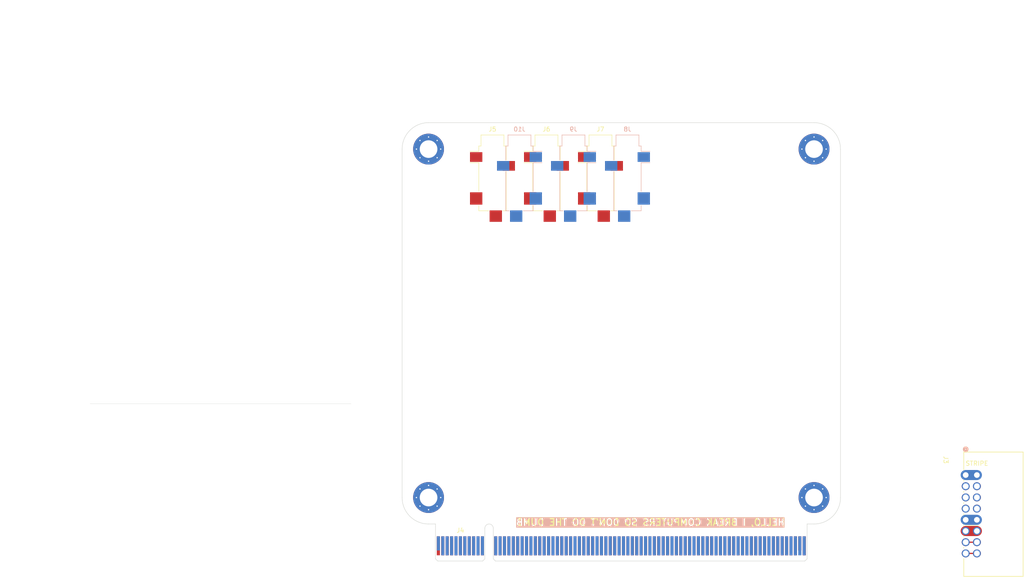
<source format=kicad_pcb>
(kicad_pcb (version 20240108) (generator "pcbnew") (generator_version "8.0")
  (layers (0 "F.Cu" signal) (31 "B.Cu" signal) (34 "B.Paste" user) (35 "F.Paste" user) (36 "B.SilkS" user "B.Silkscreen") (37 "F.SilkS" user "F.Silkscreen") (38 "B.Mask" user) (39 "F.Mask" user) (44 "Edge.Cuts" user))
  (net 0 "")
  (net 1 "/GATE")
  (net 2 "/CV")
  (net 4 "GND")
  (net 5 "/TRIG_OUT")
  (net 6 "/GATE_OUT")
  (net 7 "/AUDIO_RX")
  (net 8 "/AUDIO_GP")
  (net 9 "/CV_OUT")
  (net 10 "/AUDIO_TX")
  (net 11 "/TRIG")
  (net 12 "+5V")
  (net 13 "+12V")
  (net 14 "-12V")
  (net 15 "+3.3V")
  (net 16 "+5Vsb")
  (net 18 "/3.5mm Daughter/SLV 3")
  (net 19 "/3.5mm Daughter/TIP 3")
  (net 20 "/3.5mm Daughter/TSWT 3")
  (net 21 "/3.5mm Daughter/RING 3")
  (net 22 "/3.5mm Daughter/RING 2")
  (net 23 "/3.5mm Daughter/TIP 2")
  (net 24 "/3.5mm Daughter/TSWT 2")
  (net 25 "/3.5mm Daughter/SLV 2")
  (net 26 "/3.5mm Daughter/SLV 1")
  (net 27 "/3.5mm Daughter/TSWT 1")
  (net 28 "/3.5mm Daughter/RING 1")
  (net 29 "/3.5mm Daughter/TIP 1")
  (net 30 "/3.5mm Daughter/SLV 6")
  (net 31 "/3.5mm Daughter/RING 6")
  (net 32 "/3.5mm Daughter/TSWT 6")
  (net 33 "/3.5mm Daughter/TIP 6")
  (net 34 "/3.5mm Daughter/RING 5")
  (net 35 "/3.5mm Daughter/TSWT 5")
  (net 36 "/3.5mm Daughter/TIP 5")
  (net 37 "/3.5mm Daughter/SLV 5")
  (net 38 "/3.5mm Daughter/TIP 4")
  (net 39 "/3.5mm Daughter/SLV 4")
  (net 40 "/3.5mm Daughter/RING 4")
  (net 41 "/3.5mm Daughter/TSWT 4")
  (footprint "llama_shared:H_ATX_PERF" (layer "F.Cu") (at 206.775 134.95)
    (property "Reference" "H8" (hide yes))
    (property "Value" "H_HOLE" (hide yes))
    (pad "1" thru_hole circle (at -2.75 0) (size 0.4 0.4) (drill 0.3) (layers "*.Cu" "*.Mask") (net 4 "GND"))
    (pad "1" thru_hole circle (at -1.95 -1.95) (size 0.4 0.4) (drill 0.3) (layers "*.Cu" "*.Mask") (net 4 "GND"))
    (pad "1" thru_hole circle (at -1.95 1.95) (size 0.4 0.4) (drill 0.3) (layers "*.Cu" "*.Mask") (net 4 "GND"))
    (pad "1" thru_hole circle (at 0 -2.75) (size 0.4 0.4) (drill 0.3) (layers "*.Cu" "*.Mask") (net 4 "GND"))
    (pad "1" thru_hole circle (at 0 0) (size 7 7) (drill 4) (layers "*.Cu" "*.Mask") (net 4 "GND"))
    (pad "1" thru_hole circle (at 0 2.75) (size 0.4 0.4) (drill 0.3) (layers "*.Cu" "*.Mask") (net 4 "GND"))
    (pad "1" thru_hole circle (at 1.95 -1.95) (size 0.4 0.4) (drill 0.3) (layers "*.Cu" "*.Mask") (net 4 "GND"))
    (pad "1" thru_hole circle (at 1.95 1.95) (size 0.4 0.4) (drill 0.3) (layers "*.Cu" "*.Mask") (net 4 "GND"))
    (pad "1" thru_hole circle (at 2.75 0) (size 0.4 0.4) (drill 0.3) (layers "*.Cu" "*.Mask") (net 4 "GND"))
  )
  (footprint "Connector_Audio:Jack_3.5mm_CUI_SJ-3524-SMT_Horizontal" (layer "F.Cu") (at 146.075 61.3)
    (property "Reference" "J6" (at 0 -9.9 0) (layer "F.SilkS"))
    (property "Value" "3.5mm")
    (fp_line (start -3.1 -6.1) (end -2.6 -6.1) (stroke (width 0.12)) (layer "F.SilkS"))
    (fp_line (start -3.1 -4.9) (end -5.1 -4.9) (stroke (width 0.12)) (layer "F.SilkS"))
    (fp_line (start -3.1 -4.9) (end -3.1 -6.1) (stroke (width 0.12)) (layer "F.SilkS"))
    (fp_line (start -3.1 -2.3) (end -5.1 -2.3) (stroke (width 0.12)) (layer "F.SilkS"))
    (fp_line (start -3.1 4.2) (end -3.1 -2.3) (stroke (width 0.12)) (layer "F.SilkS"))
    (fp_line (start -3.1 8.6) (end -3.1 7.4) (stroke (width 0.12)) (layer "F.SilkS"))
    (fp_line (start -2.6 -8.6) (end 2.6 -8.6) (stroke (width 0.12)) (layer "F.SilkS"))
    (fp_line (start -2.6 -6.1) (end -2.6 -8.6) (stroke (width 0.12)) (layer "F.SilkS"))
    (fp_line (start -0.85 8.6) (end -3.1 8.6) (stroke (width 0.12)) (layer "F.SilkS"))
    (fp_line (start 2.6 -8.6) (end 2.6 -6.1) (stroke (width 0.12)) (layer "F.SilkS"))
    (fp_line (start 2.6 -6.1) (end 3.1 -6.1) (stroke (width 0.12)) (layer "F.SilkS"))
    (fp_line (start 3.1 -6.1) (end 3.1 -2.9) (stroke (width 0.12)) (layer "F.SilkS"))
    (fp_line (start 3.1 -0.3) (end 3.1 8.6) (stroke (width 0.12)) (layer "F.SilkS"))
    (fp_line (start 3.1 8.6) (end 2.35 8.6) (stroke (width 0.12)) (layer "F.SilkS"))
    (pad "" np_thru_hole circle (at 0 -2.5) (size 1.7 1.7) (drill 1.7) (layers "*.Cu" "*.Mask"))
    (pad "" np_thru_hole circle (at 0 4.5) (size 1.7 1.7) (drill 1.7) (layers "*.Cu" "*.Mask"))
    (pad "R" smd rect (at 3.7 -1.6) (size 2.8 2.2) (layers "F.Cu" "F.Paste" "F.Mask") (net 22 "/3.5mm Daughter/RING 2"))
    (pad "S" smd rect (at -3.7 -3.6) (size 2.8 2.2) (layers "F.Cu" "F.Paste" "F.Mask") (net 25 "/3.5mm Daughter/SLV 2"))
    (pad "T" smd rect (at -3.7 5.8) (size 2.8 2.8) (layers "F.Cu" "F.Paste" "F.Mask") (net 23 "/3.5mm Daughter/TIP 2"))
    (pad "TN" smd rect (at 0.75 9.8) (size 2.8 2.6) (layers "F.Cu" "F.Paste" "F.Mask") (net 24 "/3.5mm Daughter/TSWT 2"))
  )
  (footprint "Connector_Audio:Jack_3.5mm_CUI_SJ-3524-SMT_Horizontal" (layer "F.Cu") (at 158.325 61.3)
    (property "Reference" "J7" (at 0 -9.9 0) (layer "F.SilkS"))
    (property "Value" "3.5mm")
    (fp_line (start -3.1 -6.1) (end -2.6 -6.1) (stroke (width 0.12)) (layer "F.SilkS"))
    (fp_line (start -3.1 -4.9) (end -5.1 -4.9) (stroke (width 0.12)) (layer "F.SilkS"))
    (fp_line (start -3.1 -4.9) (end -3.1 -6.1) (stroke (width 0.12)) (layer "F.SilkS"))
    (fp_line (start -3.1 -2.3) (end -5.1 -2.3) (stroke (width 0.12)) (layer "F.SilkS"))
    (fp_line (start -3.1 4.2) (end -3.1 -2.3) (stroke (width 0.12)) (layer "F.SilkS"))
    (fp_line (start -3.1 8.6) (end -3.1 7.4) (stroke (width 0.12)) (layer "F.SilkS"))
    (fp_line (start -2.6 -8.6) (end 2.6 -8.6) (stroke (width 0.12)) (layer "F.SilkS"))
    (fp_line (start -2.6 -6.1) (end -2.6 -8.6) (stroke (width 0.12)) (layer "F.SilkS"))
    (fp_line (start -0.85 8.6) (end -3.1 8.6) (stroke (width 0.12)) (layer "F.SilkS"))
    (fp_line (start 2.6 -8.6) (end 2.6 -6.1) (stroke (width 0.12)) (layer "F.SilkS"))
    (fp_line (start 2.6 -6.1) (end 3.1 -6.1) (stroke (width 0.12)) (layer "F.SilkS"))
    (fp_line (start 3.1 -6.1) (end 3.1 -2.9) (stroke (width 0.12)) (layer "F.SilkS"))
    (fp_line (start 3.1 -0.3) (end 3.1 8.6) (stroke (width 0.12)) (layer "F.SilkS"))
    (fp_line (start 3.1 8.6) (end 2.35 8.6) (stroke (width 0.12)) (layer "F.SilkS"))
    (pad "" np_thru_hole circle (at 0 -2.5) (size 1.7 1.7) (drill 1.7) (layers "*.Cu" "*.Mask"))
    (pad "" np_thru_hole circle (at 0 4.5) (size 1.7 1.7) (drill 1.7) (layers "*.Cu" "*.Mask"))
    (pad "R" smd rect (at 3.7 -1.6) (size 2.8 2.2) (layers "F.Cu" "F.Paste" "F.Mask") (net 28 "/3.5mm Daughter/RING 1"))
    (pad "S" smd rect (at -3.7 -3.6) (size 2.8 2.2) (layers "F.Cu" "F.Paste" "F.Mask") (net 26 "/3.5mm Daughter/SLV 1"))
    (pad "T" smd rect (at -3.7 5.8) (size 2.8 2.8) (layers "F.Cu" "F.Paste" "F.Mask") (net 29 "/3.5mm Daughter/TIP 1"))
    (pad "TN" smd rect (at 0.75 9.8) (size 2.8 2.6) (layers "F.Cu" "F.Paste" "F.Mask") (net 27 "/3.5mm Daughter/TSWT 1"))
  )
  (footprint "llama_shared:H_ATX_PERF" (layer "F.Cu") (at 206.775 55.9)
    (property "Reference" "H6" (hide yes))
    (property "Value" "H_HOLE" (hide yes))
    (pad "1" thru_hole circle (at -2.75 0) (size 0.4 0.4) (drill 0.3) (layers "*.Cu" "*.Mask") (net 4 "GND"))
    (pad "1" thru_hole circle (at -1.95 -1.95) (size 0.4 0.4) (drill 0.3) (layers "*.Cu" "*.Mask") (net 4 "GND"))
    (pad "1" thru_hole circle (at -1.95 1.95) (size 0.4 0.4) (drill 0.3) (layers "*.Cu" "*.Mask") (net 4 "GND"))
    (pad "1" thru_hole circle (at 0 -2.75) (size 0.4 0.4) (drill 0.3) (layers "*.Cu" "*.Mask") (net 4 "GND"))
    (pad "1" thru_hole circle (at 0 0) (size 7 7) (drill 4) (layers "*.Cu" "*.Mask") (net 4 "GND"))
    (pad "1" thru_hole circle (at 0 2.75) (size 0.4 0.4) (drill 0.3) (layers "*.Cu" "*.Mask") (net 4 "GND"))
    (pad "1" thru_hole circle (at 1.95 -1.95) (size 0.4 0.4) (drill 0.3) (layers "*.Cu" "*.Mask") (net 4 "GND"))
    (pad "1" thru_hole circle (at 1.95 1.95) (size 0.4 0.4) (drill 0.3) (layers "*.Cu" "*.Mask") (net 4 "GND"))
    (pad "1" thru_hole circle (at 2.75 0) (size 0.4 0.4) (drill 0.3) (layers "*.Cu" "*.Mask") (net 4 "GND"))
  )
  (footprint "Connector_Audio:Jack_3.5mm_CUI_SJ-3524-SMT_Horizontal" (layer "F.Cu") (at 133.825 61.3)
    (property "Reference" "J5" (at 0 -9.9 0) (layer "F.SilkS"))
    (property "Value" "3.5mm")
    (fp_line (start -3.1 -6.1) (end -2.6 -6.1) (stroke (width 0.12)) (layer "F.SilkS"))
    (fp_line (start -3.1 -4.9) (end -5.1 -4.9) (stroke (width 0.12)) (layer "F.SilkS"))
    (fp_line (start -3.1 -4.9) (end -3.1 -6.1) (stroke (width 0.12)) (layer "F.SilkS"))
    (fp_line (start -3.1 -2.3) (end -5.1 -2.3) (stroke (width 0.12)) (layer "F.SilkS"))
    (fp_line (start -3.1 4.2) (end -3.1 -2.3) (stroke (width 0.12)) (layer "F.SilkS"))
    (fp_line (start -3.1 8.6) (end -3.1 7.4) (stroke (width 0.12)) (layer "F.SilkS"))
    (fp_line (start -2.6 -8.6) (end 2.6 -8.6) (stroke (width 0.12)) (layer "F.SilkS"))
    (fp_line (start -2.6 -6.1) (end -2.6 -8.6) (stroke (width 0.12)) (layer "F.SilkS"))
    (fp_line (start -0.85 8.6) (end -3.1 8.6) (stroke (width 0.12)) (layer "F.SilkS"))
    (fp_line (start 2.6 -8.6) (end 2.6 -6.1) (stroke (width 0.12)) (layer "F.SilkS"))
    (fp_line (start 2.6 -6.1) (end 3.1 -6.1) (stroke (width 0.12)) (layer "F.SilkS"))
    (fp_line (start 3.1 -6.1) (end 3.1 -2.9) (stroke (width 0.12)) (layer "F.SilkS"))
    (fp_line (start 3.1 -0.3) (end 3.1 8.6) (stroke (width 0.12)) (layer "F.SilkS"))
    (fp_line (start 3.1 8.6) (end 2.35 8.6) (stroke (width 0.12)) (layer "F.SilkS"))
    (pad "" np_thru_hole circle (at 0 -2.5) (size 1.7 1.7) (drill 1.7) (layers "*.Cu" "*.Mask"))
    (pad "" np_thru_hole circle (at 0 4.5) (size 1.7 1.7) (drill 1.7) (layers "*.Cu" "*.Mask"))
    (pad "R" smd rect (at 3.7 -1.6) (size 2.8 2.2) (layers "F.Cu" "F.Paste" "F.Mask") (net 21 "/3.5mm Daughter/RING 3"))
    (pad "S" smd rect (at -3.7 -3.6) (size 2.8 2.2) (layers "F.Cu" "F.Paste" "F.Mask") (net 18 "/3.5mm Daughter/SLV 3"))
    (pad "T" smd rect (at -3.7 5.8) (size 2.8 2.8) (layers "F.Cu" "F.Paste" "F.Mask") (net 19 "/3.5mm Daughter/TIP 3"))
    (pad "TN" smd rect (at 0.75 9.8) (size 2.8 2.6) (layers "F.Cu" "F.Paste" "F.Mask") (net 20 "/3.5mm Daughter/TSWT 3"))
  )
  (footprint "llama_shared:H_ATX_PERF" (layer "F.Cu") (at 119.325 134.95 45)
    (property "Reference" "H7" (hide yes))
    (property "Value" "H_HOLE" (hide yes))
    (pad "1" thru_hole circle (at -2.75 0 45) (size 0.4 0.4) (drill 0.3) (layers "*.Cu" "*.Mask"))
    (pad "1" thru_hole circle (at -1.95 -1.95 45) (size 0.4 0.4) (drill 0.3) (layers "*.Cu" "*.Mask"))
    (pad "1" thru_hole circle (at -1.95 1.95 45) (size 0.4 0.4) (drill 0.3) (layers "*.Cu" "*.Mask"))
    (pad "1" thru_hole circle (at 0 -2.75 45) (size 0.4 0.4) (drill 0.3) (layers "*.Cu" "*.Mask"))
    (pad "1" thru_hole circle (at 0 0 45) (size 7 7) (drill 4) (layers "*.Cu" "*.Mask"))
    (pad "1" thru_hole circle (at 0 2.75 45) (size 0.4 0.4) (drill 0.3) (layers "*.Cu" "*.Mask"))
    (pad "1" thru_hole circle (at 1.95 -1.95 45) (size 0.4 0.4) (drill 0.3) (layers "*.Cu" "*.Mask"))
    (pad "1" thru_hole circle (at 1.95 1.95 45) (size 0.4 0.4) (drill 0.3) (layers "*.Cu" "*.Mask"))
    (pad "1" thru_hole circle (at 2.75 0 45) (size 0.4 0.4) (drill 0.3) (layers "*.Cu" "*.Mask"))
  )
  (footprint "AT-Footprints:BUS_EUROexpress" (layer "F.Cu") (at 121.55 145.9)
    (property "Reference" "J4" (at 5 -3.5 0) (layer "F.SilkS"))
    (property "Value" "EURO_EXPRESS")
    (fp_line (start -0.65 -4.95) (end -0.65 2.95) (stroke (width 0.1)) (layer "Edge.Cuts"))
    (fp_line (start -0.65 2.95) (end -0.15 3.45) (stroke (width 0.1)) (layer "Edge.Cuts"))
    (fp_line (start -0.15 3.45) (end 10.05 3.45) (stroke (width 0.1)) (layer "Edge.Cuts"))
    (fp_line (start 10.55 -4) (end 10.55 2.95) (stroke (width 0.1)) (layer "Edge.Cuts"))
    (fp_line (start 10.55 2.95) (end 10.05 3.45) (stroke (width 0.1)) (layer "Edge.Cuts"))
    (fp_line (start 12.45 -4) (end 12.45 2.95) (stroke (width 0.1)) (layer "Edge.Cuts"))
    (fp_line (start 12.45 2.95) (end 12.95 3.45) (stroke (width 0.1)) (layer "Edge.Cuts"))
    (fp_line (start 12.95 3.45) (end 83.15 3.45) (stroke (width 0.1)) (layer "Edge.Cuts"))
    (fp_line (start 83.65 -4.95) (end 83.65 2.95) (stroke (width 0.1)) (layer "Edge.Cuts"))
    (fp_line (start 83.65 2.95) (end 83.15 3.45) (stroke (width 0.1)) (layer "Edge.Cuts"))
    (fp_arc (start 10.55 -4) (mid 11.5 -4.95) (end 12.45 -4) (stroke (width 0.1)) (layer "Edge.Cuts"))
    (fp_text user "HELLO, I BREAK COMPUTERS SO DON'T DO THE DUMB" (at 78.75 -4.45 0) (layer "B.SilkS" knockout) (effects (font (size 1.5 1.5) (thickness 0.3) (bold yes)) (justify left bottom mirror)))
    (fp_text user "HELLO, I BREAK COMPUTERS SO DON'T DO THE DUMB" (at 17.45 -4.45 0) (layer "F.SilkS" knockout) (effects (font (size 1.5 1.5) (thickness 0.3) (bold yes)) (justify left bottom)))
    (pad "A1" connect rect (at 0 -0.55) (size 0.7 3.2) (layers "B.Cu" "B.Mask"))
    (pad "A2" connect rect (at 1 0) (size 0.7 4.3) (layers "B.Cu" "B.Mask") (net 14 "-12V"))
    (pad "A3" connect rect (at 2 0) (size 0.7 4.3) (layers "B.Cu" "B.Mask") (net 14 "-12V"))
    (pad "A4" connect rect (at 3 0) (size 0.7 4.3) (layers "B.Cu" "B.Mask") (net 4 "GND"))
    (pad "A5" connect rect (at 4 0) (size 0.7 4.3) (layers "B.Cu" "B.Mask") (net 13 "+12V"))
    (pad "A6" connect rect (at 5 0) (size 0.7 4.3) (layers "B.Cu" "B.Mask") (net 13 "+12V"))
    (pad "A7" connect rect (at 6 0) (size 0.7 4.3) (layers "B.Cu" "B.Mask") (net 13 "+12V"))
    (pad "A8" connect rect (at 7 0) (size 0.7 4.3) (layers "B.Cu" "B.Mask") (net 12 "+5V"))
    (pad "A9" connect rect (at 8 0) (size 0.7 4.3) (layers "B.Cu" "B.Mask") (net 15 "+3.3V"))
    (pad "A10" connect rect (at 9 0) (size 0.7 4.3) (layers "B.Cu" "B.Mask") (net 15 "+3.3V"))
    (pad "A11" connect rect (at 10 0) (size 0.7 4.3) (layers "B.Cu" "B.Mask") (net 4 "GND"))
    (pad "A12" connect rect (at 13 0) (size 0.7 4.3) (layers "B.Cu" "B.Mask") (net 4 "GND"))
    (pad "A13" connect rect (at 14 0) (size 0.7 4.3) (layers "B.Cu" "B.Mask") (net 10 "/AUDIO_TX"))
    (pad "A14" connect rect (at 15 0) (size 0.7 4.3) (layers "B.Cu" "B.Mask") (net 2 "/CV"))
    (pad "A15" connect rect (at 16 0) (size 0.7 4.3) (layers "B.Cu" "B.Mask") (net 4 "GND"))
    (pad "A16" connect rect (at 17 0) (size 0.7 4.3) (layers "B.Cu" "B.Mask") (net 5 "/TRIG_OUT"))
    (pad "A17" connect rect (at 18 0) (size 0.7 4.3) (layers "B.Cu" "B.Mask") (net 1 "/GATE"))
    (pad "A18" connect rect (at 19 0) (size 0.7 4.3) (layers "B.Cu" "B.Mask") (net 8 "/AUDIO_GP"))
    (pad "A19" connect rect (at 20 0) (size 0.7 4.3) (layers "B.Cu" "B.Mask"))
    (pad "A20" connect rect (at 21 0) (size 0.7 4.3) (layers "B.Cu" "B.Mask"))
    (pad "A21" connect rect (at 22 0) (size 0.7 4.3) (layers "B.Cu" "B.Mask"))
    (pad "A22" connect rect (at 23 0) (size 0.7 4.3) (layers "B.Cu" "B.Mask"))
    (pad "A23" connect rect (at 24 0) (size 0.7 4.3) (layers "B.Cu" "B.Mask"))
    (pad "A24" connect rect (at 25 0) (size 0.7 4.3) (layers "B.Cu" "B.Mask"))
    (pad "A25" connect rect (at 26 0) (size 0.7 4.3) (layers "B.Cu" "B.Mask"))
    (pad "A26" connect rect (at 27 0) (size 0.7 4.3) (layers "B.Cu" "B.Mask"))
    (pad "A27" connect rect (at 28 0) (size 0.7 4.3) (layers "B.Cu" "B.Mask"))
    (pad "A28" connect rect (at 29 0) (size 0.7 4.3) (layers "B.Cu" "B.Mask"))
    (pad "A29" connect rect (at 30 0) (size 0.7 4.3) (layers "B.Cu" "B.Mask"))
    (pad "A30" connect rect (at 31 0) (size 0.7 4.3) (layers "B.Cu" "B.Mask"))
    (pad "A31" connect rect (at 32 0) (size 0.7 4.3) (layers "B.Cu" "B.Mask"))
    (pad "A32" connect rect (at 33 0) (size 0.7 4.3) (layers "B.Cu" "B.Mask"))
    (pad "A33" connect rect (at 34 0) (size 0.7 4.3) (layers "B.Cu" "B.Mask"))
    (pad "A34" connect rect (at 35 0) (size 0.7 4.3) (layers "B.Cu" "B.Mask"))
    (pad "A35" connect rect (at 36 0) (size 0.7 4.3) (layers "B.Cu" "B.Mask"))
    (pad "A36" connect rect (at 37 0) (size 0.7 4.3) (layers "B.Cu" "B.Mask"))
    (pad "A37" connect rect (at 38 0) (size 0.7 4.3) (layers "B.Cu" "B.Mask"))
    (pad "A38" connect rect (at 39 0) (size 0.7 4.3) (layers "B.Cu" "B.Mask"))
    (pad "A39" connect rect (at 40 0) (size 0.7 4.3) (layers "B.Cu" "B.Mask"))
    (pad "A40" connect rect (at 41 0) (size 0.7 4.3) (layers "B.Cu" "B.Mask"))
    (pad "A41" connect rect (at 42 0) (size 0.7 4.3) (layers "B.Cu" "B.Mask"))
    (pad "A42" connect rect (at 43 0) (size 0.7 4.3) (layers "B.Cu" "B.Mask"))
    (pad "A43" connect rect (at 44 0) (size 0.7 4.3) (layers "B.Cu" "B.Mask"))
    (pad "A44" connect rect (at 45 0) (size 0.7 4.3) (layers "B.Cu" "B.Mask"))
    (pad "A45" connect rect (at 46 0) (size 0.7 4.3) (layers "B.Cu" "B.Mask"))
    (pad "A46" connect rect (at 47 0) (size 0.7 4.3) (layers "B.Cu" "B.Mask"))
    (pad "A47" connect rect (at 48 0) (size 0.7 4.3) (layers "B.Cu" "B.Mask"))
    (pad "A48" connect rect (at 49 0) (size 0.7 4.3) (layers "B.Cu" "B.Mask"))
    (pad "A49" connect rect (at 50 0) (size 0.7 4.3) (layers "B.Cu" "B.Mask"))
    (pad "A50" connect rect (at 51 0) (size 0.7 4.3) (layers "B.Cu" "B.Mask"))
    (pad "A51" connect rect (at 52 0) (size 0.7 4.3) (layers "B.Cu" "B.Mask"))
    (pad "A52" connect rect (at 53 0) (size 0.7 4.3) (layers "B.Cu" "B.Mask"))
    (pad "A53" connect rect (at 54 0) (size 0.7 4.3) (layers "B.Cu" "B.Mask"))
    (pad "A54" connect rect (at 55 0) (size 0.7 4.3) (layers "B.Cu" "B.Mask"))
    (pad "A55" connect rect (at 56 0) (size 0.7 4.3) (layers "B.Cu" "B.Mask"))
    (pad "A56" connect rect (at 57 0) (size 0.7 4.3) (layers "B.Cu" "B.Mask"))
    (pad "A57" connect rect (at 58 0) (size 0.7 4.3) (layers "B.Cu" "B.Mask"))
    (pad "A58" connect rect (at 59 0) (size 0.7 4.3) (layers "B.Cu" "B.Mask"))
    (pad "A59" connect rect (at 60 0) (size 0.7 4.3) (layers "B.Cu" "B.Mask"))
    (pad "A60" connect rect (at 61 0) (size 0.7 4.3) (layers "B.Cu" "B.Mask"))
    (pad "A61" connect rect (at 62 0) (size 0.7 4.3) (layers "B.Cu" "B.Mask"))
    (pad "A62" connect rect (at 63 0) (size 0.7 4.3) (layers "B.Cu" "B.Mask"))
    (pad "A63" connect rect (at 64 0) (size 0.7 4.3) (layers "B.Cu" "B.Mask"))
    (pad "A64" connect rect (at 65 0) (size 0.7 4.3) (layers "B.Cu" "B.Mask"))
    (pad "A65" connect rect (at 66 0) (size 0.7 4.3) (layers "B.Cu" "B.Mask"))
    (pad "A66" connect rect (at 67 0) (size 0.7 4.3) (layers "B.Cu" "B.Mask"))
    (pad "A67" connect rect (at 68 0) (size 0.7 4.3) (layers "B.Cu" "B.Mask"))
    (pad "A68" connect rect (at 69 0) (size 0.7 4.3) (layers "B.Cu" "B.Mask"))
    (pad "A69" connect rect (at 70 0) (size 0.7 4.3) (layers "B.Cu" "B.Mask"))
    (pad "A70" connect rect (at 71 0) (size 0.7 4.3) (layers "B.Cu" "B.Mask"))
    (pad "A71" connect rect (at 72 0) (size 0.7 4.3) (layers "B.Cu" "B.Mask"))
    (pad "A72" connect rect (at 73 0) (size 0.7 4.3) (layers "B.Cu" "B.Mask"))
    (pad "A73" connect rect (at 74 0) (size 0.7 4.3) (layers "B.Cu" "B.Mask"))
    (pad "A74" connect rect (at 75 0) (size 0.7 4.3) (layers "B.Cu" "B.Mask"))
    (pad "A75" connect rect (at 76 0) (size 0.7 4.3) (layers "B.Cu" "B.Mask"))
    (pad "A76" connect rect (at 77 0) (size 0.7 4.3) (layers "B.Cu" "B.Mask"))
    (pad "A77" connect rect (at 78 0) (size 0.7 4.3) (layers "B.Cu" "B.Mask"))
    (pad "A78" connect rect (at 79 0) (size 0.7 4.3) (layers "B.Cu" "B.Mask"))
    (pad "A79" connect rect (at 80 0) (size 0.7 4.3) (layers "B.Cu" "B.Mask"))
    (pad "A80" connect rect (at 81 0) (size 0.7 4.3) (layers "B.Cu" "B.Mask"))
    (pad "A81" connect rect (at 82 0) (size 0.7 4.3) (layers "B.Cu" "B.Mask"))
    (pad "A82" connect rect (at 83 0) (size 0.7 4.3) (layers "B.Cu" "B.Mask"))
    (pad "B1" connect rect (at 0 0) (size 0.7 4.3) (layers "F.Cu" "F.Mask") (net 14 "-12V"))
    (pad "B2" connect rect (at 1 0) (size 0.7 4.3) (layers "F.Cu" "F.Mask") (net 14 "-12V"))
    (pad "B3" connect rect (at 2 0) (size 0.7 4.3) (layers "F.Cu" "F.Mask") (net 14 "-12V"))
    (pad "B4" connect rect (at 3 0) (size 0.7 4.3) (layers "F.Cu" "F.Mask") (net 4 "GND"))
    (pad "B5" connect rect (at 4 0) (size 0.7 4.3) (layers "F.Cu" "F.Mask") (net 13 "+12V"))
    (pad "B6" connect rect (at 5 0) (size 0.7 4.3) (layers "F.Cu" "F.Mask") (net 13 "+12V"))
    (pad "B7" connect rect (at 6 0) (size 0.7 4.3) (layers "F.Cu" "F.Mask") (net 4 "GND"))
    (pad "B8" connect rect (at 7 0) (size 0.7 4.3) (layers "F.Cu" "F.Mask") (net 15 "+3.3V"))
    (pad "B9" connect rect (at 8 0) (size 0.7 4.3) (layers "F.Cu" "F.Mask") (net 12 "+5V"))
    (pad "B10" connect rect (at 9 0) (size 0.7 4.3) (layers "F.Cu" "F.Mask") (net 12 "+5V"))
    (pad "B11" connect rect (at 10 0) (size 0.7 4.3) (layers "F.Cu" "F.Mask") (net 16 "+5Vsb"))
    (pad "B12" connect rect (at 13 0) (size 0.7 4.3) (layers "F.Cu" "F.Mask") (net 7 "/AUDIO_RX"))
    (pad "B13" connect rect (at 14 0) (size 0.7 4.3) (layers "F.Cu" "F.Mask") (net 4 "GND"))
    (pad "B14" connect rect (at 15 0) (size 0.7 4.3) (layers "F.Cu" "F.Mask") (net 9 "/CV_OUT"))
    (pad "B15" connect rect (at 16 0) (size 0.7 4.3) (layers "F.Cu" "F.Mask") (net 11 "/TRIG"))
    (pad "B16" connect rect (at 17 0) (size 0.7 4.3) (layers "F.Cu" "F.Mask") (net 4 "GND"))
    (pad "B17" connect rect (at 18 0) (size 0.7 4.3) (layers "F.Cu" "F.Mask") (net 6 "/GATE_OUT"))
    (pad "B18" connect rect (at 19 0) (size 0.7 4.3) (layers "F.Cu" "F.Mask") (net 4 "GND"))
    (pad "B19" connect rect (at 20 0) (size 0.7 4.3) (layers "F.Cu" "F.Mask"))
    (pad "B20" connect rect (at 21 0) (size 0.7 4.3) (layers "F.Cu" "F.Mask"))
    (pad "B21" connect rect (at 22 0) (size 0.7 4.3) (layers "F.Cu" "F.Mask"))
    (pad "B22" connect rect (at 23 0) (size 0.7 4.3) (layers "F.Cu" "F.Mask"))
    (pad "B23" connect rect (at 24 0) (size 0.7 4.3) (layers "F.Cu" "F.Mask"))
    (pad "B24" connect rect (at 25 0) (size 0.7 4.3) (layers "F.Cu" "F.Mask"))
    (pad "B25" connect rect (at 26 0) (size 0.7 4.3) (layers "F.Cu" "F.Mask"))
    (pad "B26" connect rect (at 27 0) (size 0.7 4.3) (layers "F.Cu" "F.Mask"))
    (pad "B27" connect rect (at 28 0) (size 0.7 4.3) (layers "F.Cu" "F.Mask"))
    (pad "B28" connect rect (at 29 0) (size 0.7 4.3) (layers "F.Cu" "F.Mask"))
    (pad "B29" connect rect (at 30 0) (size 0.7 4.3) (layers "F.Cu" "F.Mask"))
    (pad "B30" connect rect (at 31 0) (size 0.7 4.3) (layers "F.Cu" "F.Mask"))
    (pad "B31" connect rect (at 32 0) (size 0.7 4.3) (layers "F.Cu" "F.Mask"))
    (pad "B32" connect rect (at 33 0) (size 0.7 4.3) (layers "F.Cu" "F.Mask"))
    (pad "B33" connect rect (at 34 0) (size 0.7 4.3) (layers "F.Cu" "F.Mask"))
    (pad "B34" connect rect (at 35 0) (size 0.7 4.3) (layers "F.Cu" "F.Mask"))
    (pad "B35" connect rect (at 36 0) (size 0.7 4.3) (layers "F.Cu" "F.Mask"))
    (pad "B36" connect rect (at 37 0) (size 0.7 4.3) (layers "F.Cu" "F.Mask"))
    (pad "B37" connect rect (at 38 0) (size 0.7 4.3) (layers "F.Cu" "F.Mask"))
    (pad "B38" connect rect (at 39 0) (size 0.7 4.3) (layers "F.Cu" "F.Mask"))
    (pad "B39" connect rect (at 40 0) (size 0.7 4.3) (layers "F.Cu" "F.Mask"))
    (pad "B40" connect rect (at 41 0) (size 0.7 4.3) (layers "F.Cu" "F.Mask"))
    (pad "B41" connect rect (at 42 0) (size 0.7 4.3) (layers "F.Cu" "F.Mask"))
    (pad "B42" connect rect (at 43 0) (size 0.7 4.3) (layers "F.Cu" "F.Mask"))
    (pad "B43" connect rect (at 44 0) (size 0.7 4.3) (layers "F.Cu" "F.Mask"))
    (pad "B44" connect rect (at 45 0) (size 0.7 4.3) (layers "F.Cu" "F.Mask"))
    (pad "B45" connect rect (at 46 0) (size 0.7 4.3) (layers "F.Cu" "F.Mask"))
    (pad "B46" connect rect (at 47 0) (size 0.7 4.3) (layers "F.Cu" "F.Mask"))
    (pad "B47" connect rect (at 48 0) (size 0.7 4.3) (layers "F.Cu" "F.Mask"))
    (pad "B48" connect rect (at 49 0) (size 0.7 4.3) (layers "F.Cu" "F.Mask"))
    (pad "B49" connect rect (at 50 0) (size 0.7 4.3) (layers "F.Cu" "F.Mask"))
    (pad "B50" connect rect (at 51 0) (size 0.7 4.3) (layers "F.Cu" "F.Mask"))
    (pad "B51" connect rect (at 52 0) (size 0.7 4.3) (layers "F.Cu" "F.Mask"))
    (pad "B52" connect rect (at 53 0) (size 0.7 4.3) (layers "F.Cu" "F.Mask"))
    (pad "B53" connect rect (at 54 0) (size 0.7 4.3) (layers "F.Cu" "F.Mask"))
    (pad "B54" connect rect (at 55 0) (size 0.7 4.3) (layers "F.Cu" "F.Mask"))
    (pad "B55" connect rect (at 56 0) (size 0.7 4.3) (layers "F.Cu" "F.Mask"))
    (pad "B56" connect rect (at 57 0) (size 0.7 4.3) (layers "F.Cu" "F.Mask"))
    (pad "B57" connect rect (at 58 0) (size 0.7 4.3) (layers "F.Cu" "F.Mask"))
    (pad "B58" connect rect (at 59 0) (size 0.7 4.3) (layers "F.Cu" "F.Mask"))
    (pad "B59" connect rect (at 60 0) (size 0.7 4.3) (layers "F.Cu" "F.Mask"))
    (pad "B60" connect rect (at 61 0) (size 0.7 4.3) (layers "F.Cu" "F.Mask"))
    (pad "B61" connect rect (at 62 0) (size 0.7 4.3) (layers "F.Cu" "F.Mask"))
    (pad "B62" connect rect (at 63 0) (size 0.7 4.3) (layers "F.Cu" "F.Mask"))
    (pad "B63" connect rect (at 64 0) (size 0.7 4.3) (layers "F.Cu" "F.Mask"))
    (pad "B64" connect rect (at 65 0) (size 0.7 4.3) (layers "F.Cu" "F.Mask"))
    (pad "B65" connect rect (at 66 0) (size 0.7 4.3) (layers "F.Cu" "F.Mask"))
    (pad "B66" connect rect (at 67 0) (size 0.7 4.3) (layers "F.Cu" "F.Mask"))
    (pad "B67" connect rect (at 68 0) (size 0.7 4.3) (layers "F.Cu" "F.Mask"))
    (pad "B68" connect rect (at 69 0) (size 0.7 4.3) (layers "F.Cu" "F.Mask"))
    (pad "B69" connect rect (at 70 0) (size 0.7 4.3) (layers "F.Cu" "F.Mask"))
    (pad "B70" connect rect (at 71 0) (size 0.7 4.3) (layers "F.Cu" "F.Mask"))
    (pad "B71" connect rect (at 72 0) (size 0.7 4.3) (layers "F.Cu" "F.Mask"))
    (pad "B72" connect rect (at 73 0) (size 0.7 4.3) (layers "F.Cu" "F.Mask"))
    (pad "B73" connect rect (at 74 0) (size 0.7 4.3) (layers "F.Cu" "F.Mask"))
    (pad "B74" connect rect (at 75 0) (size 0.7 4.3) (layers "F.Cu" "F.Mask"))
    (pad "B75" connect rect (at 76 0) (size 0.7 4.3) (layers "F.Cu" "F.Mask"))
    (pad "B76" connect rect (at 77 0) (size 0.7 4.3) (layers "F.Cu" "F.Mask"))
    (pad "B77" connect rect (at 78 0) (size 0.7 4.3) (layers "F.Cu" "F.Mask"))
    (pad "B78" connect rect (at 79 0) (size 0.7 4.3) (layers "F.Cu" "F.Mask"))
    (pad "B79" connect rect (at 80 0) (size 0.7 4.3) (layers "F.Cu" "F.Mask"))
    (pad "B80" connect rect (at 81 0) (size 0.7 4.3) (layers "F.Cu" "F.Mask"))
    (pad "B81" connect rect (at 82 -0.55) (size 0.7 3.2) (layers "F.Cu" "F.Mask"))
    (pad "B82" connect rect (at 83 0) (size 0.7 4.3) (layers "F.Cu" "F.Mask"))
  )
  (footprint "llama_shared:H_ATX_PERF" (layer "F.Cu") (at 119.325 55.9)
    (property "Reference" "H5" (hide yes))
    (property "Value" "H_HOLE" (hide yes))
    (pad "1" thru_hole circle (at -2.75 0) (size 0.4 0.4) (drill 0.3) (layers "*.Cu" "*.Mask") (net 4 "GND"))
    (pad "1" thru_hole circle (at -1.95 -1.95) (size 0.4 0.4) (drill 0.3) (layers "*.Cu" "*.Mask") (net 4 "GND"))
    (pad "1" thru_hole circle (at -1.95 1.95) (size 0.4 0.4) (drill 0.3) (layers "*.Cu" "*.Mask") (net 4 "GND"))
    (pad "1" thru_hole circle (at 0 -2.75) (size 0.4 0.4) (drill 0.3) (layers "*.Cu" "*.Mask") (net 4 "GND"))
    (pad "1" thru_hole circle (at 0 0) (size 7 7) (drill 4) (layers "*.Cu" "*.Mask") (net 4 "GND"))
    (pad "1" thru_hole circle (at 0 2.75) (size 0.4 0.4) (drill 0.3) (layers "*.Cu" "*.Mask") (net 4 "GND"))
    (pad "1" thru_hole circle (at 1.95 -1.95) (size 0.4 0.4) (drill 0.3) (layers "*.Cu" "*.Mask") (net 4 "GND"))
    (pad "1" thru_hole circle (at 1.95 1.95) (size 0.4 0.4) (drill 0.3) (layers "*.Cu" "*.Mask") (net 4 "GND"))
    (pad "1" thru_hole circle (at 2.75 0) (size 0.4 0.4) (drill 0.3) (layers "*.Cu" "*.Mask") (net 4 "GND"))
  )
  (footprint "AT-Footprints:EURORACK Right Angle" (layer "F.Cu") (at 241.179901 129.8434 -90)
    (property "Reference" "J3" (at -3.45 4.5 -90) (layer "F.SilkS"))
    (property "Value" "EURO_CONN")
    (fp_circle (center -5.842 0) (end -5.461 0) (stroke (width 0.508)) (fill none) (layer "B.SilkS"))
    (fp_line (start -5.207 0.435) (end -1.155256 0.435) (stroke (width 0.1524)) (layer "F.SilkS"))
    (fp_line (start 1.155256 0.435) (end 1.384744 0.435) (stroke (width 0.1524)) (layer "F.SilkS"))
    (fp_line (start 3.695256 0.435) (end 3.924744 0.435) (stroke (width 0.1524)) (layer "F.SilkS"))
    (fp_line (start 6.235256 0.435) (end 6.464744 0.435) (stroke (width 0.1524)) (layer "F.SilkS"))
    (fp_line (start 8.775256 0.435) (end 9.004744 0.435) (stroke (width 0.1524)) (layer "F.SilkS"))
    (fp_line (start 11.315256 0.435) (end 11.544744 0.435) (stroke (width 0.1524)) (layer "F.SilkS"))
    (fp_line (start 13.855256 0.435) (end 14.084744 0.435) (stroke (width 0.1524)) (layer "F.SilkS"))
    (fp_line (start 16.395256 0.435) (end 16.624744 0.435) (stroke (width 0.1524)) (layer "F.SilkS"))
    (fp_line (start 18.935256 0.435) (end 22.987 0.435) (stroke (width 0.1524)) (layer "F.SilkS"))
    (fp_line (start 22.987 0.435) (end 22.987 -13.026999) (stroke (width 0.1524)) (layer "F.SilkS"))
    (fp_line (start 11.44 0.05) (end 11.44 -2.95) (stroke (width 0.1)) (layer "F.SilkS"))
    (fp_line (start -5.207 -13.026999) (end -5.207 0.435) (stroke (width 0.1524)) (layer "F.SilkS"))
    (fp_line (start 22.987 -13.026999) (end -5.207 -13.026999) (stroke (width 0.1524)) (layer "F.SilkS"))
    (fp_circle (center -5.842 0) (end -5.461 0) (stroke (width 0.508)) (fill none) (layer "F.SilkS"))
    (fp_text user "STRIPE" (at -2.05 0.1 0) (layer "F.SilkS") (effects (justify left bottom)))
    (pad "1" thru_hole circle (at 0 0 270) (size 1.8034 1.8034) (drill 1.2954) (layers "*.Cu" "*.Mask") (net 14 "-12V"))
    (pad "2" thru_hole circle (at 0 -2.54 270) (size 1.8034 1.8034) (drill 1.2954) (layers "*.Cu" "*.Mask") (net 14 "-12V"))
    (pad "3" thru_hole circle (at 2.54 0 270) (size 1.8034 1.8034) (drill 1.2954) (layers "*.Cu" "*.Mask") (net 4 "GND"))
    (pad "4" thru_hole circle (at 2.54 -2.54 270) (size 1.8034 1.8034) (drill 1.2954) (layers "*.Cu" "*.Mask") (net 4 "GND"))
    (pad "5" thru_hole circle (at 5.08 0 270) (size 1.8034 1.8034) (drill 1.2954) (layers "*.Cu" "*.Mask") (net 4 "GND"))
    (pad "6" thru_hole circle (at 5.08 -2.54 270) (size 1.8034 1.8034) (drill 1.2954) (layers "*.Cu" "*.Mask") (net 4 "GND"))
    (pad "7" thru_hole circle (at 7.62 0 270) (size 1.8034 1.8034) (drill 1.2954) (layers "*.Cu" "*.Mask") (net 4 "GND"))
    (pad "8" thru_hole circle (at 7.62 -2.54 270) (size 1.8034 1.8034) (drill 1.2954) (layers "*.Cu" "*.Mask") (net 4 "GND"))
    (pad "9" thru_hole circle (at 10.16 0 270) (size 1.8034 1.8034) (drill 1.2954) (layers "*.Cu" "*.Mask") (net 13 "+12V"))
    (pad "10" thru_hole circle (at 10.16 -2.54 270) (size 1.8034 1.8034) (drill 1.2954) (layers "*.Cu" "*.Mask") (net 13 "+12V"))
    (pad "11" thru_hole circle (at 12.7 0 270) (size 1.8034 1.8034) (drill 1.2954) (layers "*.Cu" "*.Mask") (net 12 "+5V"))
    (pad "12" thru_hole circle (at 12.7 -2.54 270) (size 1.8034 1.8034) (drill 1.2954) (layers "*.Cu" "*.Mask") (net 12 "+5V"))
    (pad "13" thru_hole circle (at 15.24 0 270) (size 1.8034 1.8034) (drill 1.2954) (layers "*.Cu" "*.Mask") (net 2 "/CV"))
    (pad "14" thru_hole circle (at 15.24 -2.54 270) (size 1.8034 1.8034) (drill 1.2954) (layers "*.Cu" "*.Mask") (net 2 "/CV"))
    (pad "15" thru_hole circle (at 17.78 0 270) (size 1.8034 1.8034) (drill 1.2954) (layers "*.Cu" "*.Mask") (net 1 "/GATE"))
    (pad "16" thru_hole circle (at 17.78 -2.54 270) (size 1.8034 1.8034) (drill 1.2954) (layers "*.Cu" "*.Mask") (net 1 "/GATE"))
  )
  (footprint "Connector_Audio:Jack_3.5mm_CUI_SJ-3524-SMT_Horizontal" (layer "B.Cu") (at 164.45 61.3 180)
    (property "Reference" "J8" (at 0 9.9 0) (layer "B.SilkS") (effects (justify mirror)))
    (property "Value" "3.5mm")
    (fp_line (start 3.1 6.1) (end 2.6 6.1) (stroke (width 0.12)) (layer "B.SilkS"))
    (fp_line (start 3.1 2.9) (end 3.1 6.1) (stroke (width 0.12)) (layer "B.SilkS"))
    (fp_line (start 3.1 -8.6) (end 3.1 0.3) (stroke (width 0.12)) (layer "B.SilkS"))
    (fp_line (start 2.6 8.6) (end -2.6 8.6) (stroke (width 0.12)) (layer "B.SilkS"))
    (fp_line (start 2.6 6.1) (end 2.6 8.6) (stroke (width 0.12)) (layer "B.SilkS"))
    (fp_line (start 2.35 -8.6) (end 3.1 -8.6) (stroke (width 0.12)) (layer "B.SilkS"))
    (fp_line (start -2.6 8.6) (end -2.6 6.1) (stroke (width 0.12)) (layer "B.SilkS"))
    (fp_line (start -2.6 6.1) (end -3.1 6.1) (stroke (width 0.12)) (layer "B.SilkS"))
    (fp_line (start -3.1 6.1) (end -3.1 4.9) (stroke (width 0.12)) (layer "B.SilkS"))
    (fp_line (start -3.1 2.3) (end -3.1 -4.2) (stroke (width 0.12)) (layer "B.SilkS"))
    (fp_line (start -3.1 -7.4) (end -3.1 -8.6) (stroke (width 0.12)) (layer "B.SilkS"))
    (fp_line (start -3.1 -8.6) (end -0.85 -8.6) (stroke (width 0.12)) (layer "B.SilkS"))
    (fp_line (start -5.1 4.9) (end -3.1 4.9) (stroke (width 0.12)) (layer "B.SilkS"))
    (fp_line (start -5.1 2.3) (end -3.1 2.3) (stroke (width 0.12)) (layer "B.SilkS"))
    (pad "" np_thru_hole circle (at 0 -4.5 180) (size 1.7 1.7) (drill 1.7) (layers "*.Cu" "*.Mask"))
    (pad "" np_thru_hole circle (at 0 2.5 180) (size 1.7 1.7) (drill 1.7) (layers "*.Cu" "*.Mask"))
    (pad "R" smd rect (at 3.7 1.6 180) (size 2.8 2.2) (layers "B.Cu" "B.Paste" "B.Mask") (net 31 "/3.5mm Daughter/RING 6"))
    (pad "S" smd rect (at -3.7 3.6 180) (size 2.8 2.2) (layers "B.Cu" "B.Paste" "B.Mask") (net 30 "/3.5mm Daughter/SLV 6"))
    (pad "T" smd rect (at -3.7 -5.8 180) (size 2.8 2.8) (layers "B.Cu" "B.Paste" "B.Mask") (net 33 "/3.5mm Daughter/TIP 6"))
    (pad "TN" smd rect (at 0.75 -9.8 180) (size 2.8 2.6) (layers "B.Cu" "B.Paste" "B.Mask") (net 32 "/3.5mm Daughter/TSWT 6"))
  )
  (footprint "Connector_Audio:Jack_3.5mm_CUI_SJ-3524-SMT_Horizontal" (layer "B.Cu") (at 139.95 61.3 180)
    (property "Reference" "J10" (at 0 9.9 0) (layer "B.SilkS") (effects (justify mirror)))
    (property "Value" "3.5mm")
    (fp_line (start 3.1 6.1) (end 2.6 6.1) (stroke (width 0.12)) (layer "B.SilkS"))
    (fp_line (start 3.1 2.9) (end 3.1 6.1) (stroke (width 0.12)) (layer "B.SilkS"))
    (fp_line (start 3.1 -8.6) (end 3.1 0.3) (stroke (width 0.12)) (layer "B.SilkS"))
    (fp_line (start 2.6 8.6) (end -2.6 8.6) (stroke (width 0.12)) (layer "B.SilkS"))
    (fp_line (start 2.6 6.1) (end 2.6 8.6) (stroke (width 0.12)) (layer "B.SilkS"))
    (fp_line (start 2.35 -8.6) (end 3.1 -8.6) (stroke (width 0.12)) (layer "B.SilkS"))
    (fp_line (start -2.6 8.6) (end -2.6 6.1) (stroke (width 0.12)) (layer "B.SilkS"))
    (fp_line (start -2.6 6.1) (end -3.1 6.1) (stroke (width 0.12)) (layer "B.SilkS"))
    (fp_line (start -3.1 6.1) (end -3.1 4.9) (stroke (width 0.12)) (layer "B.SilkS"))
    (fp_line (start -3.1 2.3) (end -3.1 -4.2) (stroke (width 0.12)) (layer "B.SilkS"))
    (fp_line (start -3.1 -7.4) (end -3.1 -8.6) (stroke (width 0.12)) (layer "B.SilkS"))
    (fp_line (start -3.1 -8.6) (end -0.85 -8.6) (stroke (width 0.12)) (layer "B.SilkS"))
    (fp_line (start -5.1 4.9) (end -3.1 4.9) (stroke (width 0.12)) (layer "B.SilkS"))
    (fp_line (start -5.1 2.3) (end -3.1 2.3) (stroke (width 0.12)) (layer "B.SilkS"))
    (pad "" np_thru_hole circle (at 0 -4.5 180) (size 1.7 1.7) (drill 1.7) (layers "*.Cu" "*.Mask"))
    (pad "" np_thru_hole circle (at 0 2.5 180) (size 1.7 1.7) (drill 1.7) (layers "*.Cu" "*.Mask"))
    (pad "R" smd rect (at 3.7 1.6 180) (size 2.8 2.2) (layers "B.Cu" "B.Paste" "B.Mask") (net 40 "/3.5mm Daughter/RING 4"))
    (pad "S" smd rect (at -3.7 3.6 180) (size 2.8 2.2) (layers "B.Cu" "B.Paste" "B.Mask") (net 39 "/3.5mm Daughter/SLV 4"))
    (pad "T" smd rect (at -3.7 -5.8 180) (size 2.8 2.8) (layers "B.Cu" "B.Paste" "B.Mask") (net 38 "/3.5mm Daughter/TIP 4"))
    (pad "TN" smd rect (at 0.75 -9.8 180) (size 2.8 2.6) (layers "B.Cu" "B.Paste" "B.Mask") (net 41 "/3.5mm Daughter/TSWT 4"))
  )
  (footprint "Connector_Audio:Jack_3.5mm_CUI_SJ-3524-SMT_Horizontal" (layer "B.Cu") (at 152.2 61.3 180)
    (property "Reference" "J9" (at 0 9.9 0) (layer "B.SilkS") (effects (justify mirror)))
    (property "Value" "3.5mm")
    (fp_line (start 3.1 6.1) (end 2.6 6.1) (stroke (width 0.12)) (layer "B.SilkS"))
    (fp_line (start 3.1 2.9) (end 3.1 6.1) (stroke (width 0.12)) (layer "B.SilkS"))
    (fp_line (start 3.1 -8.6) (end 3.1 0.3) (stroke (width 0.12)) (layer "B.SilkS"))
    (fp_line (start 2.6 8.6) (end -2.6 8.6) (stroke (width 0.12)) (layer "B.SilkS"))
    (fp_line (start 2.6 6.1) (end 2.6 8.6) (stroke (width 0.12)) (layer "B.SilkS"))
    (fp_line (start 2.35 -8.6) (end 3.1 -8.6) (stroke (width 0.12)) (layer "B.SilkS"))
    (fp_line (start -2.6 8.6) (end -2.6 6.1) (stroke (width 0.12)) (layer "B.SilkS"))
    (fp_line (start -2.6 6.1) (end -3.1 6.1) (stroke (width 0.12)) (layer "B.SilkS"))
    (fp_line (start -3.1 6.1) (end -3.1 4.9) (stroke (width 0.12)) (layer "B.SilkS"))
    (fp_line (start -3.1 2.3) (end -3.1 -4.2) (stroke (width 0.12)) (layer "B.SilkS"))
    (fp_line (start -3.1 -7.4) (end -3.1 -8.6) (stroke (width 0.12)) (layer "B.SilkS"))
    (fp_line (start -3.1 -8.6) (end -0.85 -8.6) (stroke (width 0.12)) (layer "B.SilkS"))
    (fp_line (start -5.1 4.9) (end -3.1 4.9) (stroke (width 0.12)) (layer "B.SilkS"))
    (fp_line (start -5.1 2.3) (end -3.1 2.3) (stroke (width 0.12)) (layer "B.SilkS"))
    (pad "" np_thru_hole circle (at 0 -4.5 180) (size 1.7 1.7) (drill 1.7) (layers "*.Cu" "*.Mask"))
    (pad "" np_thru_hole circle (at 0 2.5 180) (size 1.7 1.7) (drill 1.7) (layers "*.Cu" "*.Mask"))
    (pad "R" smd rect (at 3.7 1.6 180) (size 2.8 2.2) (layers "B.Cu" "B.Paste" "B.Mask") (net 34 "/3.5mm Daughter/RING 5"))
    (pad "S" smd rect (at -3.7 3.6 180) (size 2.8 2.2) (layers "B.Cu" "B.Paste" "B.Mask") (net 37 "/3.5mm Daughter/SLV 5"))
    (pad "T" smd rect (at -3.7 -5.8 180) (size 2.8 2.8) (layers "B.Cu" "B.Paste" "B.Mask") (net 36 "/3.5mm Daughter/TIP 5"))
    (pad "TN" smd rect (at 0.75 -9.8 180) (size 2.8 2.6) (layers "B.Cu" "B.Paste" "B.Mask") (net 35 "/3.5mm Daughter/TSWT 5"))
  )
  (gr_arc (start 206.774999 49.899793) (mid 211.017787 51.657213) (end 212.775207 55.900001) (stroke (width 0.1)) (layer "Edge.Cuts"))
  (gr_arc (start 212.775207 134.949999) (mid 211.017787 139.192787) (end 206.774999 140.950207) (stroke (width 0.1)) (layer "Edge.Cuts"))
  (gr_line (start 101.725 113.65) (end 42.525 113.65) (stroke (width 0.05)) (layer "Edge.Cuts"))
  (gr_line (start 212.775207 55.900001) (end 212.775207 134.949999) (stroke (width 0.1)) (layer "Edge.Cuts"))
  (gr_arc (start 113.324792 55.9) (mid 115.082212 51.657212) (end 119.325 49.899792) (stroke (width 0.1)) (layer "Edge.Cuts"))
  (gr_line (start 119.325 49.899792) (end 206.774999 49.899793) (stroke (width 0.1)) (layer "Edge.Cuts"))
  (gr_arc (start 119.325001 140.950207) (mid 115.082213 139.192787) (end 113.324793 134.949999) (stroke (width 0.1)) (layer "Edge.Cuts"))
  (gr_line (start 205.2 140.95) (end 206.774999 140.95022) (stroke (width 0.1)) (layer "Edge.Cuts"))
  (gr_line (start 120.9 140.95) (end 119.325001 140.950207) (stroke (width 0.1)) (layer "Edge.Cuts"))
  (gr_line (start 113.324793 134.949999) (end 113.324792 55.9) (stroke (width 0.1)) (layer "Edge.Cuts"))
  (segment (start 241.179901 147.6234) (end 243.719901 147.6234) (width 0.2794) (layer "F.Cu") (net 1))
  (segment (start 241.179901 145.0834) (end 243.719901 145.0834) (width 0.2794) (layer "F.Cu") (net 2))
  (segment (start 241.179901 142.5434) (end 243.719901 142.5434) (width 2.286) (layer "F.Cu") (net 12))
  (segment (start 241.179901 140.0034) (end 243.719901 140.0034) (width 2.286) (layer "B.Cu") (net 13))
  (segment (start 241.179901 129.8434) (end 243.719901 129.8434) (width 2.286) (layer "B.Cu") (net 14))
)
</source>
